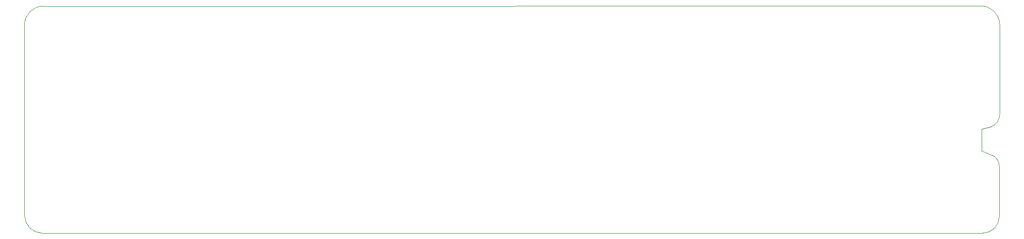
<source format=gm1>
%TF.GenerationSoftware,KiCad,Pcbnew,7.0.2-0*%
%TF.CreationDate,2023-12-20T15:00:36+01:00*%
%TF.ProjectId,A500KBMini,41353030-4b42-44d6-996e-692e6b696361,3*%
%TF.SameCoordinates,Original*%
%TF.FileFunction,Profile,NP*%
%FSLAX46Y46*%
G04 Gerber Fmt 4.6, Leading zero omitted, Abs format (unit mm)*
G04 Created by KiCad (PCBNEW 7.0.2-0) date 2023-12-20 15:00:36*
%MOMM*%
%LPD*%
G01*
G04 APERTURE LIST*
%TA.AperFunction,Profile*%
%ADD10C,0.050000*%
%TD*%
G04 APERTURE END LIST*
D10*
X469265000Y-262191499D02*
G75*
G03*
X472201199Y-259270579I0J2936239D01*
G01*
X302704501Y-259080000D02*
G75*
G03*
X305677847Y-262188430I3111499J0D01*
G01*
X305677847Y-262188431D02*
X469265000Y-262191500D01*
X302700000Y-236220000D02*
X302704500Y-259080000D01*
X469158320Y-244050820D02*
X469158320Y-247898920D01*
X471007677Y-248626102D02*
X469158320Y-247898920D01*
X470787706Y-243666560D02*
X469158320Y-244050820D01*
X472203779Y-250583700D02*
G75*
G03*
X471007677Y-248626103I-2199999J0D01*
G01*
X470787706Y-243666560D02*
G75*
G03*
X472258460Y-241566560I-763854J2100000D01*
G01*
X472203780Y-250583700D02*
X472201200Y-259270579D01*
X472258460Y-225916560D02*
G75*
G03*
X469008460Y-222666560I-3250000J0D01*
G01*
X305950000Y-222700000D02*
G75*
G03*
X302700000Y-225950000I0J-3250000D01*
G01*
X302700000Y-225950000D02*
X302700000Y-236220000D01*
X469008460Y-222666560D02*
X305950000Y-222700000D01*
X472258460Y-241566560D02*
X472258460Y-225916560D01*
M02*

</source>
